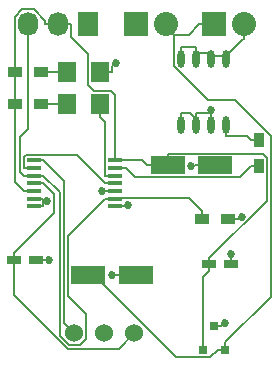
<source format=gbr>
G04 #@! TF.FileFunction,Copper,L1,Top,Signal*
%FSLAX46Y46*%
G04 Gerber Fmt 4.6, Leading zero omitted, Abs format (unit mm)*
G04 Created by KiCad (PCBNEW 4.0.4-stable) date Fri Dec  9 21:16:25 2016*
%MOMM*%
%LPD*%
G01*
G04 APERTURE LIST*
%ADD10C,2.000000*%
%ADD11R,1.597660X1.800860*%
%ADD12R,1.200000X0.900000*%
%ADD13R,1.200000X0.750000*%
%ADD14R,2.999740X1.501140*%
%ADD15R,2.032000X2.032000*%
%ADD16O,2.032000X2.032000*%
%ADD17R,1.727200X2.032000*%
%ADD18O,1.727200X2.032000*%
%ADD19O,0.609600X1.473200*%
%ADD20C,1.524000*%
%ADD21R,0.900000X1.200000*%
%ADD22R,0.800100X0.800100*%
%ADD23R,1.200000X0.400000*%
%ADD24C,0.685800*%
%ADD25C,0.152400*%
G04 APERTURE END LIST*
D10*
D11*
X120373140Y-97155000D03*
X123212860Y-97155000D03*
X120373140Y-99822000D03*
X123212860Y-99822000D03*
D12*
X118194000Y-97155000D03*
X115994000Y-97155000D03*
X115994000Y-99822000D03*
X118194000Y-99822000D03*
D13*
X132400000Y-113411000D03*
X134300000Y-113411000D03*
D14*
X132935980Y-105029000D03*
X128938020Y-105029000D03*
X126204980Y-114300000D03*
X122207020Y-114300000D03*
D13*
X115890000Y-113030000D03*
X117790000Y-113030000D03*
D15*
X126238000Y-93091000D03*
D16*
X128778000Y-93091000D03*
D15*
X132842000Y-93091000D03*
D16*
X135382000Y-93091000D03*
D17*
X122174000Y-93091000D03*
D18*
X119634000Y-93091000D03*
X117094000Y-93091000D03*
D19*
X130048000Y-101600000D03*
X131318000Y-101600000D03*
X132588000Y-101600000D03*
X133858000Y-101600000D03*
X133858000Y-96012000D03*
X132588000Y-96012000D03*
X131318000Y-96012000D03*
X130048000Y-96012000D03*
D20*
X123571000Y-119253000D03*
X121031000Y-119253000D03*
X126111000Y-119253000D03*
D21*
X136652000Y-102913000D03*
X136652000Y-105113000D03*
D12*
X131869000Y-109601000D03*
X134069000Y-109601000D03*
D22*
X131892000Y-120634760D03*
X133792000Y-120634760D03*
X132842000Y-118635780D03*
D23*
X117581000Y-104603000D03*
X117581000Y-105253000D03*
X117581000Y-105903000D03*
X117581000Y-106553000D03*
X117581000Y-107203000D03*
X117581000Y-107853000D03*
X117581000Y-108503000D03*
X124481000Y-108503000D03*
X124481000Y-107853000D03*
X124481000Y-107203000D03*
X124481000Y-106553000D03*
X124481000Y-105903000D03*
X124481000Y-105253000D03*
X124481000Y-104603000D03*
D24*
X132588000Y-100357100D03*
X135177700Y-109367600D03*
X124518300Y-96334600D03*
X118680600Y-108083300D03*
X125579000Y-108378000D03*
X133742700Y-118364100D03*
X134300000Y-112526300D03*
X130937000Y-105043300D03*
X124206000Y-114282500D03*
X123383300Y-107203000D03*
X118893600Y-113084700D03*
D25*
X128073600Y-105029000D02*
X127209200Y-105029000D01*
X131892000Y-114522900D02*
X132400000Y-114014900D01*
X131892000Y-120634800D02*
X131892000Y-114522900D01*
X132400000Y-113411000D02*
X132400000Y-114014900D01*
X132400000Y-113411000D02*
X132400000Y-112807100D01*
X128073600Y-105029000D02*
X128938000Y-105029000D01*
X128938000Y-105029000D02*
X128938000Y-104049500D01*
X126783200Y-104603000D02*
X127209200Y-105029000D01*
X124481000Y-104603000D02*
X126783200Y-104603000D01*
X119634000Y-93091000D02*
X120726500Y-93091000D01*
X120726500Y-94183500D02*
X120726500Y-93091000D01*
X122185100Y-95642100D02*
X120726500Y-94183500D01*
X122185100Y-98211500D02*
X122185100Y-95642100D01*
X122666200Y-98692600D02*
X122185100Y-98211500D01*
X124109500Y-98692600D02*
X122666200Y-98692600D01*
X124481000Y-99064100D02*
X124109500Y-98692600D01*
X124481000Y-104603000D02*
X124481000Y-99064100D01*
X118541500Y-92788500D02*
X118541500Y-93091000D01*
X117585900Y-91832900D02*
X118541500Y-92788500D01*
X116612600Y-91832900D02*
X117585900Y-91832900D01*
X115994000Y-92451500D02*
X116612600Y-91832900D01*
X115994000Y-97155000D02*
X115994000Y-92451500D01*
X119634000Y-93091000D02*
X118541500Y-93091000D01*
X132551000Y-112807100D02*
X132400000Y-112807100D01*
X137331000Y-108027100D02*
X132551000Y-112807100D01*
X137331000Y-104405000D02*
X137331000Y-108027100D01*
X136975500Y-104049500D02*
X137331000Y-104405000D01*
X128938000Y-104049500D02*
X136975500Y-104049500D01*
X115994000Y-97155000D02*
X115994000Y-99822000D01*
X115994000Y-106444900D02*
X116752100Y-107203000D01*
X115994000Y-99822000D02*
X115994000Y-106444900D01*
X117581000Y-107203000D02*
X116752100Y-107203000D01*
X134069000Y-109601000D02*
X134897900Y-109601000D01*
X135131300Y-109367600D02*
X134897900Y-109601000D01*
X135177700Y-109367600D02*
X135131300Y-109367600D01*
X123212900Y-97155000D02*
X124240600Y-97155000D01*
X124240600Y-96612300D02*
X124240600Y-97155000D01*
X124518300Y-96334600D02*
X124240600Y-96612300D01*
X117581000Y-107853000D02*
X118409900Y-107853000D01*
X117581000Y-108503000D02*
X118409900Y-108503000D01*
X118409900Y-107853000D02*
X118409900Y-108083300D01*
X118409900Y-108083300D02*
X118409900Y-108503000D01*
X124481000Y-108503000D02*
X125309900Y-108503000D01*
X125434900Y-108378000D02*
X125309900Y-108503000D01*
X125579000Y-108378000D02*
X125434900Y-108378000D01*
X132588000Y-100634500D02*
X131318000Y-100634500D01*
X132588000Y-100357100D02*
X132588000Y-100634500D01*
X132588000Y-100634500D02*
X132588000Y-101600000D01*
X131318000Y-101600000D02*
X131318000Y-101117200D01*
X131318000Y-101117200D02*
X131318000Y-100634500D01*
X130835300Y-100634500D02*
X130048000Y-100634500D01*
X131318000Y-101117200D02*
X130835300Y-100634500D01*
X130048000Y-101600000D02*
X130048000Y-100634500D01*
X118409900Y-108083300D02*
X118680600Y-108083300D01*
X132842000Y-118635800D02*
X133471000Y-118635800D01*
X133742700Y-118364100D02*
X133471000Y-118635800D01*
X134300000Y-112526300D02*
X134300000Y-113411000D01*
X131192900Y-105043300D02*
X131207200Y-105029000D01*
X130937000Y-105043300D02*
X131192900Y-105043300D01*
X132936000Y-105029000D02*
X131207200Y-105029000D01*
X124458700Y-114282500D02*
X124476200Y-114300000D01*
X124206000Y-114282500D02*
X124458700Y-114282500D01*
X126205000Y-114300000D02*
X124476200Y-114300000D01*
X124481000Y-107203000D02*
X123383300Y-107203000D01*
X117790000Y-113030000D02*
X118618900Y-113030000D01*
X118673600Y-113084700D02*
X118618900Y-113030000D01*
X118893600Y-113084700D02*
X118673600Y-113084700D01*
X122663000Y-114300000D02*
X122207000Y-114300000D01*
X129648800Y-121285800D02*
X122663000Y-114300000D01*
X132512100Y-121285800D02*
X129648800Y-121285800D01*
X133163100Y-120634800D02*
X132512100Y-121285800D01*
X133792000Y-120634800D02*
X133163100Y-120634800D01*
X133792000Y-120634800D02*
X133792000Y-120005800D01*
X132842000Y-93091000D02*
X131597100Y-93091000D01*
X137636200Y-116161600D02*
X133792000Y-120005800D01*
X137636200Y-102516100D02*
X137636200Y-116161600D01*
X134610000Y-99489900D02*
X137636200Y-102516100D01*
X132339300Y-99489900D02*
X134610000Y-99489900D01*
X129497100Y-96647700D02*
X132339300Y-99489900D01*
X129497100Y-93992500D02*
X129497100Y-96647700D01*
X128778000Y-93273400D02*
X129497100Y-93992500D01*
X128778000Y-93091000D02*
X128778000Y-93273400D01*
X130695600Y-93992500D02*
X131597100Y-93091000D01*
X129497100Y-93992500D02*
X130695600Y-93992500D01*
X115890000Y-115973200D02*
X115890000Y-113030000D01*
X120469300Y-120552500D02*
X115890000Y-115973200D01*
X124811500Y-120552500D02*
X120469300Y-120552500D01*
X126111000Y-119253000D02*
X124811500Y-120552500D01*
X119293500Y-109022600D02*
X115890000Y-112426100D01*
X119293500Y-107436600D02*
X119293500Y-109022600D01*
X118409900Y-106553000D02*
X119293500Y-107436600D01*
X117581000Y-106553000D02*
X118409900Y-106553000D01*
X115890000Y-113030000D02*
X115890000Y-112426100D01*
X118194000Y-97155000D02*
X120373100Y-97155000D01*
X118194000Y-99822000D02*
X120373100Y-99822000D01*
X123652100Y-101390500D02*
X123212900Y-100951300D01*
X123652100Y-105903000D02*
X123652100Y-101390500D01*
X124481000Y-105903000D02*
X123652100Y-105903000D01*
X123212900Y-99822000D02*
X123212900Y-100951300D01*
X130048000Y-95046500D02*
X131318000Y-95046500D01*
X130048000Y-96012000D02*
X130048000Y-95046500D01*
X131318000Y-95529200D02*
X132588000Y-95529200D01*
X131318000Y-96012000D02*
X131318000Y-95529200D01*
X131318000Y-95529200D02*
X131318000Y-95046500D01*
X132588000Y-96012000D02*
X132588000Y-95770600D01*
X132588000Y-95770600D02*
X132588000Y-95529200D01*
X135382000Y-93091000D02*
X135382000Y-94335900D01*
X132588000Y-95770600D02*
X133858000Y-95770600D01*
X133858000Y-96012000D02*
X133858000Y-95770600D01*
X135292700Y-94335900D02*
X135382000Y-94335900D01*
X133858000Y-95770600D02*
X135292700Y-94335900D01*
X131869000Y-109601000D02*
X131869000Y-108922100D01*
X124527800Y-107806200D02*
X124481000Y-107853000D01*
X130753100Y-107806200D02*
X124527800Y-107806200D01*
X131869000Y-108922100D02*
X130753100Y-107806200D01*
X119815500Y-107308600D02*
X118409900Y-105903000D01*
X119815500Y-119452400D02*
X119815500Y-107308600D01*
X120608100Y-120245000D02*
X119815500Y-119452400D01*
X121474600Y-120245000D02*
X120608100Y-120245000D01*
X122022200Y-119697400D02*
X121474600Y-120245000D01*
X122022200Y-117595400D02*
X122022200Y-119697400D01*
X120478100Y-116051300D02*
X122022200Y-117595400D01*
X120478100Y-111027000D02*
X120478100Y-116051300D01*
X123652100Y-107853000D02*
X120478100Y-111027000D01*
X124481000Y-107853000D02*
X123652100Y-107853000D01*
X117995500Y-105903000D02*
X118409900Y-105903000D01*
X117995500Y-105903000D02*
X117581000Y-105903000D01*
X117094000Y-101929300D02*
X117094000Y-93091000D01*
X116407000Y-102616300D02*
X117094000Y-101929300D01*
X116407000Y-105557900D02*
X116407000Y-102616300D01*
X116752100Y-105903000D02*
X116407000Y-105557900D01*
X117581000Y-105903000D02*
X116752100Y-105903000D01*
X135625600Y-102565500D02*
X135973100Y-102913000D01*
X133858000Y-102565500D02*
X135625600Y-102565500D01*
X133858000Y-101600000D02*
X133858000Y-102565500D01*
X136652000Y-102913000D02*
X135973100Y-102913000D01*
X117581000Y-104603000D02*
X118409900Y-104603000D01*
X120120600Y-106313700D02*
X118409900Y-104603000D01*
X120120600Y-118342600D02*
X120120600Y-106313700D01*
X121031000Y-119253000D02*
X120120600Y-118342600D01*
X135049000Y-106037100D02*
X135973100Y-105113000D01*
X126195200Y-106037100D02*
X135049000Y-106037100D01*
X125411100Y-105253000D02*
X126195200Y-106037100D01*
X124481000Y-105253000D02*
X125411100Y-105253000D01*
X136652000Y-105113000D02*
X135973100Y-105113000D01*
X117581000Y-105253000D02*
X116752100Y-105253000D01*
X116752100Y-104306700D02*
X116752100Y-105253000D01*
X116894400Y-104164400D02*
X116752100Y-104306700D01*
X121263500Y-104164400D02*
X116894400Y-104164400D01*
X123652100Y-106553000D02*
X121263500Y-104164400D01*
X124481000Y-106553000D02*
X123652100Y-106553000D01*
M02*

</source>
